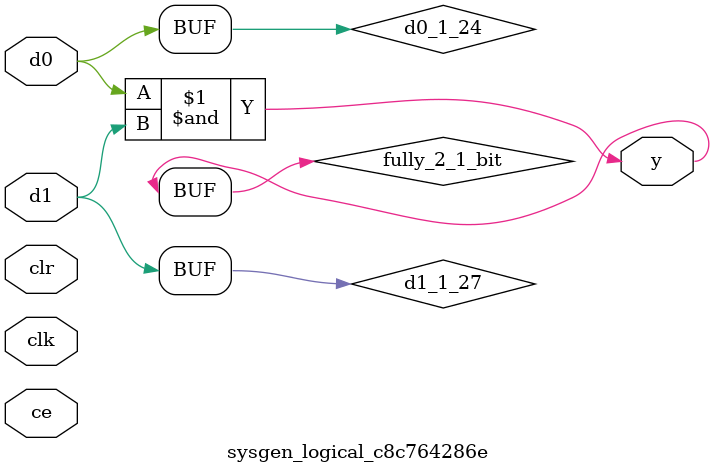
<source format=v>
module sysgen_logical_c8c764286e (
  input [(1 - 1):0] d0,
  input [(1 - 1):0] d1,
  output [(1 - 1):0] y,
  input clk,
  input ce,
  input clr);
  wire d0_1_24;
  wire d1_1_27;
  wire fully_2_1_bit;
  assign d0_1_24 = d0;
  assign d1_1_27 = d1;
  assign fully_2_1_bit = d0_1_24 & d1_1_27;
  assign y = fully_2_1_bit;
endmodule
</source>
